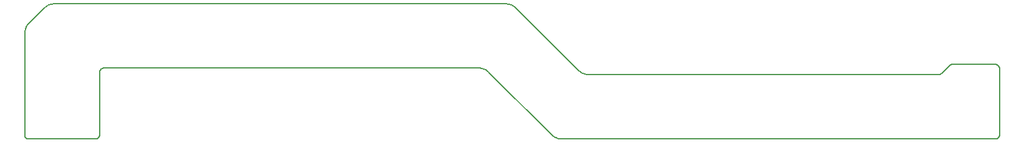
<source format=gko>
%FSTAX23Y23*%
%MOIN*%
%SFA1B1*%

%IPPOS*%
%ADD12C,0.005900*%
%LNleft_flex-1*%
%LPD*%
G54D12*
X01824Y0184D02*
D01*
X0182Y01844*
X01816Y01847*
X01811Y0185*
X01807Y01853*
X01802Y01856*
X01797Y01858*
X01792Y0186*
X01786Y01861*
X01781Y01862*
X01775Y01863*
X0177Y01863*
X01768Y01863*
X01678Y01485D02*
D01*
X01674Y01489*
X0167Y01492*
X01665Y01496*
X01661Y01499*
X01656Y01501*
X01651Y01503*
X01646Y01505*
X0164Y01507*
X01635Y01508*
X0163Y01509*
X01624Y01509*
X01621Y01509*
X-00705Y01863D02*
D01*
X-0071Y01863*
X-00716Y01862*
X-00721Y01861*
X-00726Y0186*
X-00732Y01858*
X-00737Y01856*
X-00742Y01854*
X-00747Y01851*
X-00751Y01848*
X-00755Y01845*
X-00759Y01841*
X-00761Y0184*
X02019Y01144D02*
D01*
X02023Y0114*
X02027Y01137*
X02031Y01134*
X02036Y01131*
X02041Y01128*
X02046Y01126*
X02051Y01124*
X02056Y01122*
X02061Y01121*
X02067Y0112*
X02072Y0112*
X02076Y01119*
X-00866Y01141D02*
D01*
X-00866Y0114*
X-00866Y01138*
X-00866Y01137*
X-00866Y01135*
X-00865Y01134*
X-00865Y01132*
X-00864Y01131*
X-00863Y0113*
X-00862Y01128*
X-00861Y01127*
X-0086Y01126*
X-00859Y01125*
X-00858Y01124*
X-00857Y01123*
X-00856Y01122*
X-00854Y01122*
X-00853Y01121*
X-00851Y01121*
X-0085Y0112*
X-00848Y0112*
X-00847Y0112*
X-00845Y0112*
X-00844Y01119*
X04143Y01474D02*
D01*
X04144Y01474*
X04146Y01474*
X04147Y01474*
X04149Y01475*
X0415Y01475*
X04151Y01476*
X04153Y01476*
X04154Y01477*
X04155Y01478*
X04157Y01479*
X04158Y0148*
X04159Y01481*
X-00842Y01758D02*
D01*
X-00846Y01754*
X-00849Y0175*
X-00853Y01746*
X-00856Y01741*
X-00858Y01736*
X-0086Y01731*
X-00862Y01726*
X-00864Y01721*
X-00865Y01715*
X-00866Y0171*
X-00866Y01704*
X-00866Y01701*
X-00435Y01509D02*
D01*
X-00437Y01509*
X-00438Y01509*
X-0044Y01509*
X-00441Y01508*
X-00443Y01508*
X-00444Y01507*
X-00445Y01507*
X-00447Y01506*
X-00448Y01505*
X-00449Y01504*
X-0045Y01503*
X-00451Y01502*
X-00452Y01501*
X-00453Y015*
X-00454Y01498*
X-00455Y01497*
X-00455Y01496*
X-00456Y01494*
X-00456Y01493*
X-00457Y01491*
X-00457Y0149*
X-00457Y01488*
X-00457Y01487*
X-00479Y01119D02*
D01*
X-00477Y01119*
X-00476Y0112*
X-00474Y0112*
X-00473Y0112*
X-00471Y01121*
X-0047Y01121*
X-00469Y01122*
X-00467Y01123*
X-00466Y01124*
X-00465Y01125*
X-00464Y01126*
X-00463Y01127*
X-00462Y01128*
X-00461Y01129*
X-0046Y0113*
X-00459Y01132*
X-00458Y01133*
X-00458Y01135*
X-00458Y01136*
X-00457Y01137*
X-00457Y01139*
X-00457Y01141*
X-00457Y01141*
X04216Y01529D02*
D01*
X04215Y01529*
X04213Y01529*
X04212Y01529*
X0421Y01528*
X04209Y01528*
X04207Y01527*
X04206Y01527*
X04205Y01526*
X04203Y01525*
X04202Y01524*
X04201Y01523*
X042Y01522*
X042Y01522*
X04453Y01119D02*
D01*
X04454Y01119*
X04456Y0112*
X04458Y0112*
X04459Y0112*
X04461Y01121*
X04462Y01121*
X04464Y01122*
X04465Y01123*
X04467Y01124*
X04468Y01125*
X04469Y01126*
X0447Y01127*
X04471Y01128*
X04472Y0113*
X04473Y01131*
X04474Y01133*
X04475Y01134*
X04475Y01136*
X04476Y01137*
X04476Y01139*
X04476Y01141*
X04476Y01142*
X04476Y01143*
X04476Y01507D02*
D01*
X04476Y01509*
X04476Y0151*
X04476Y01512*
X04476Y01513*
X04475Y01515*
X04475Y01516*
X04474Y01517*
X04473Y01519*
X04472Y0152*
X04471Y01521*
X0447Y01522*
X04469Y01523*
X04468Y01524*
X04467Y01525*
X04466Y01526*
X04464Y01527*
X04463Y01527*
X04461Y01528*
X0446Y01528*
X04458Y01529*
X04457Y01529*
X04455Y01529*
X04455Y01529*
X02167Y01497D02*
D01*
X02171Y01493*
X02176Y0149*
X0218Y01486*
X02185Y01484*
X0219Y01481*
X02195Y01479*
X022Y01477*
X02205Y01476*
X02211Y01475*
X02216Y01474*
X02222Y01474*
X02223Y01474*
X04476Y01143D02*
X04476Y01507D01*
X-00705Y01863D02*
X01768D01*
X-00866Y01142D02*
Y01701D01*
X04215Y01529D02*
X04456D01*
X042Y01522D02*
D01*
X04159Y01481D02*
X042Y01522D01*
X01678Y01485D02*
D01*
X02076Y01119D02*
X04453D01*
X02223Y01474D02*
X04143D01*
X-00457Y01487D02*
Y0114D01*
X-00761Y0184D02*
D01*
X-00842Y01758D02*
X-00761Y0184D01*
X-00435Y01509D02*
X01621D01*
X01824Y0184D02*
X02167Y01497D01*
X01678Y01485D02*
X02019Y01144D01*
X-00844Y01119D02*
X-00478D01*
M02*
</source>
